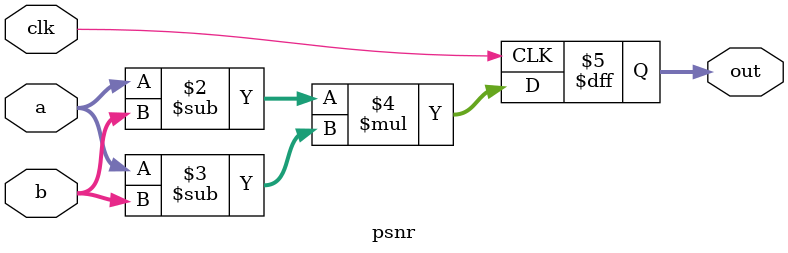
<source format=v>
`timescale 1ps / 1fs


module psnr(a,b,out,clk);
    input [7:0] a,b;
    input clk;
    output reg [15:0] out;  
    always@(posedge clk) begin
        out = (a-b)*(a-b);
    end
endmodule

</source>
